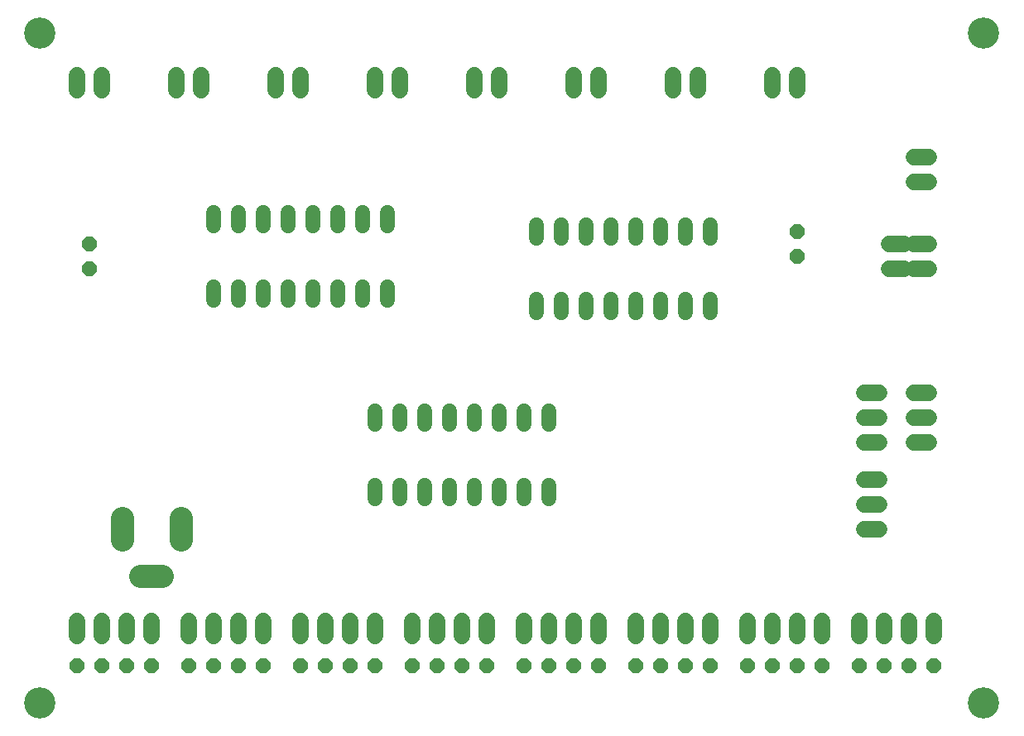
<source format=gbr>
G04 EAGLE Gerber RS-274X export*
G75*
%MOMM*%
%FSLAX34Y34*%
%LPD*%
%INSoldermask Bottom*%
%IPPOS*%
%AMOC8*
5,1,8,0,0,1.08239X$1,22.5*%
G01*
%ADD10C,3.203200*%
%ADD11C,1.727200*%
%ADD12P,1.649562X8X112.500000*%
%ADD13P,1.649562X8X292.500000*%
%ADD14C,1.524000*%
%ADD15P,1.649562X8X22.500000*%
%ADD16C,2.387600*%


D10*
X25400Y711200D03*
X990600Y711200D03*
X990600Y25400D03*
X25400Y25400D03*
D11*
X919480Y469900D02*
X934720Y469900D01*
X934720Y495300D02*
X919480Y495300D01*
X919480Y342900D02*
X934720Y342900D01*
X934720Y317500D02*
X919480Y317500D01*
X919480Y292100D02*
X934720Y292100D01*
X883920Y342900D02*
X868680Y342900D01*
X868680Y317500D02*
X883920Y317500D01*
X883920Y292100D02*
X868680Y292100D01*
D12*
X800100Y482600D03*
X800100Y508000D03*
D13*
X76200Y495300D03*
X76200Y469900D03*
D11*
X868680Y254000D02*
X883920Y254000D01*
X883920Y228600D02*
X868680Y228600D01*
X868680Y203200D02*
X883920Y203200D01*
X894080Y469900D02*
X909320Y469900D01*
X909320Y495300D02*
X894080Y495300D01*
D14*
X711200Y501396D02*
X711200Y514604D01*
X685800Y514604D02*
X685800Y501396D01*
X609600Y501396D02*
X609600Y514604D01*
X584200Y514604D02*
X584200Y501396D01*
X660400Y501396D02*
X660400Y514604D01*
X635000Y514604D02*
X635000Y501396D01*
X558800Y501396D02*
X558800Y514604D01*
X533400Y514604D02*
X533400Y501396D01*
X533400Y438404D02*
X533400Y425196D01*
X558800Y425196D02*
X558800Y438404D01*
X584200Y438404D02*
X584200Y425196D01*
X609600Y425196D02*
X609600Y438404D01*
X635000Y438404D02*
X635000Y425196D01*
X660400Y425196D02*
X660400Y438404D01*
X685800Y438404D02*
X685800Y425196D01*
X711200Y425196D02*
X711200Y438404D01*
X203200Y437896D02*
X203200Y451104D01*
X228600Y451104D02*
X228600Y437896D01*
X304800Y437896D02*
X304800Y451104D01*
X330200Y451104D02*
X330200Y437896D01*
X254000Y437896D02*
X254000Y451104D01*
X279400Y451104D02*
X279400Y437896D01*
X355600Y437896D02*
X355600Y451104D01*
X381000Y451104D02*
X381000Y437896D01*
X381000Y514096D02*
X381000Y527304D01*
X355600Y527304D02*
X355600Y514096D01*
X330200Y514096D02*
X330200Y527304D01*
X304800Y527304D02*
X304800Y514096D01*
X279400Y514096D02*
X279400Y527304D01*
X254000Y527304D02*
X254000Y514096D01*
X228600Y514096D02*
X228600Y527304D01*
X203200Y527304D02*
X203200Y514096D01*
D11*
X393700Y652780D02*
X393700Y668020D01*
X368300Y668020D02*
X368300Y652780D01*
X292100Y652780D02*
X292100Y668020D01*
X266700Y668020D02*
X266700Y652780D01*
X800100Y652780D02*
X800100Y668020D01*
X774700Y668020D02*
X774700Y652780D01*
X698500Y652780D02*
X698500Y668020D01*
X673100Y668020D02*
X673100Y652780D01*
X190500Y652780D02*
X190500Y668020D01*
X165100Y668020D02*
X165100Y652780D01*
X88900Y652780D02*
X88900Y668020D01*
X63500Y668020D02*
X63500Y652780D01*
X596900Y652780D02*
X596900Y668020D01*
X571500Y668020D02*
X571500Y652780D01*
X495300Y652780D02*
X495300Y668020D01*
X469900Y668020D02*
X469900Y652780D01*
D14*
X368300Y247904D02*
X368300Y234696D01*
X393700Y234696D02*
X393700Y247904D01*
X469900Y247904D02*
X469900Y234696D01*
X495300Y234696D02*
X495300Y247904D01*
X419100Y247904D02*
X419100Y234696D01*
X444500Y234696D02*
X444500Y247904D01*
X520700Y247904D02*
X520700Y234696D01*
X546100Y234696D02*
X546100Y247904D01*
X546100Y310896D02*
X546100Y324104D01*
X520700Y324104D02*
X520700Y310896D01*
X495300Y310896D02*
X495300Y324104D01*
X469900Y324104D02*
X469900Y310896D01*
X444500Y310896D02*
X444500Y324104D01*
X419100Y324104D02*
X419100Y310896D01*
X393700Y310896D02*
X393700Y324104D01*
X368300Y324104D02*
X368300Y310896D01*
D11*
X863600Y109220D02*
X863600Y93980D01*
X889000Y93980D02*
X889000Y109220D01*
X749300Y109220D02*
X749300Y93980D01*
X774700Y93980D02*
X774700Y109220D01*
X635000Y109220D02*
X635000Y93980D01*
X660400Y93980D02*
X660400Y109220D01*
X520700Y109220D02*
X520700Y93980D01*
X546100Y93980D02*
X546100Y109220D01*
X406400Y109220D02*
X406400Y93980D01*
X431800Y93980D02*
X431800Y109220D01*
X292100Y109220D02*
X292100Y93980D01*
X317500Y93980D02*
X317500Y109220D01*
X177800Y109220D02*
X177800Y93980D01*
X203200Y93980D02*
X203200Y109220D01*
X63500Y109220D02*
X63500Y93980D01*
X88900Y93980D02*
X88900Y109220D01*
X939800Y109220D02*
X939800Y93980D01*
X914400Y93980D02*
X914400Y109220D01*
X825500Y109220D02*
X825500Y93980D01*
X800100Y93980D02*
X800100Y109220D01*
X711200Y109220D02*
X711200Y93980D01*
X685800Y93980D02*
X685800Y109220D01*
X596900Y109220D02*
X596900Y93980D01*
X571500Y93980D02*
X571500Y109220D01*
X482600Y109220D02*
X482600Y93980D01*
X457200Y93980D02*
X457200Y109220D01*
X368300Y109220D02*
X368300Y93980D01*
X342900Y93980D02*
X342900Y109220D01*
X254000Y109220D02*
X254000Y93980D01*
X228600Y93980D02*
X228600Y109220D01*
X139700Y109220D02*
X139700Y93980D01*
X114300Y93980D02*
X114300Y109220D01*
D15*
X863600Y63500D03*
X889000Y63500D03*
X457200Y63500D03*
X482600Y63500D03*
X292100Y63500D03*
X317500Y63500D03*
X342900Y63500D03*
X368300Y63500D03*
X177800Y63500D03*
X203200Y63500D03*
X228600Y63500D03*
X254000Y63500D03*
X63500Y63500D03*
X88900Y63500D03*
X114300Y63500D03*
X139700Y63500D03*
X914400Y63500D03*
X939800Y63500D03*
X749300Y63500D03*
X774700Y63500D03*
X800100Y63500D03*
X825500Y63500D03*
X635000Y63500D03*
X660400Y63500D03*
X685800Y63500D03*
X711200Y63500D03*
X520700Y63500D03*
X546100Y63500D03*
X571500Y63500D03*
X596900Y63500D03*
X406400Y63500D03*
X431800Y63500D03*
D11*
X919480Y558800D02*
X934720Y558800D01*
X934720Y584200D02*
X919480Y584200D01*
D16*
X150622Y155200D02*
X128778Y155200D01*
X109700Y192278D02*
X109700Y214122D01*
X169700Y214122D02*
X169700Y192278D01*
M02*

</source>
